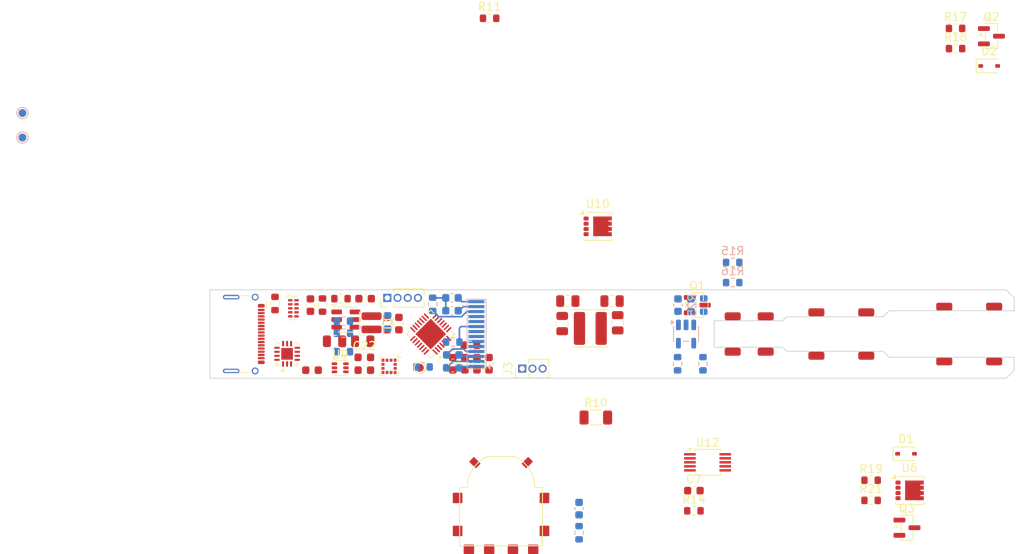
<source format=kicad_pcb>
(kicad_pcb
	(version 20241229)
	(generator "pcbnew")
	(generator_version "9.0")
	(general
		(thickness 1.6)
		(legacy_teardrops no)
	)
	(paper "A4")
	(layers
		(0 "F.Cu" signal)
		(4 "In1.Cu" signal)
		(6 "In2.Cu" signal)
		(2 "B.Cu" signal)
		(9 "F.Adhes" user "F.Adhesive")
		(11 "B.Adhes" user "B.Adhesive")
		(13 "F.Paste" user)
		(15 "B.Paste" user)
		(5 "F.SilkS" user "F.Silkscreen")
		(7 "B.SilkS" user "B.Silkscreen")
		(1 "F.Mask" user)
		(3 "B.Mask" user)
		(17 "Dwgs.User" user "User.Drawings")
		(19 "Cmts.User" user "User.Comments")
		(21 "Eco1.User" user "User.Eco1")
		(23 "Eco2.User" user "User.Eco2")
		(25 "Edge.Cuts" user)
		(27 "Margin" user)
		(31 "F.CrtYd" user "F.Courtyard")
		(29 "B.CrtYd" user "B.Courtyard")
		(35 "F.Fab" user)
		(33 "B.Fab" user)
		(39 "User.1" user)
		(41 "User.2" user)
		(43 "User.3" user)
		(45 "User.4" user)
	)
	(setup
		(stackup
			(layer "F.SilkS"
				(type "Top Silk Screen")
				(color "Black")
			)
			(layer "F.Paste"
				(type "Top Solder Paste")
			)
			(layer "F.Mask"
				(type "Top Solder Mask")
				(color "White")
				(thickness 0.01)
			)
			(layer "F.Cu"
				(type "copper")
				(thickness 0.035)
			)
			(layer "dielectric 1"
				(type "prepreg")
				(thickness 0.1)
				(material "FR4")
				(epsilon_r 4.5)
				(loss_tangent 0.02)
			)
			(layer "In1.Cu"
				(type "copper")
				(thickness 0.035)
			)
			(layer "dielectric 2"
				(type "core")
				(thickness 1.24)
				(material "FR4")
				(epsilon_r 4.5)
				(loss_tangent 0.02)
			)
			(layer "In2.Cu"
				(type "copper")
				(thickness 0.035)
			)
			(layer "dielectric 3"
				(type "prepreg")
				(thickness 0.1)
				(material "FR4")
				(epsilon_r 4.5)
				(loss_tangent 0.02)
			)
			(layer "B.Cu"
				(type "copper")
				(thickness 0.035)
			)
			(layer "B.Mask"
				(type "Bottom Solder Mask")
				(thickness 0.01)
			)
			(layer "B.Paste"
				(type "Bottom Solder Paste")
			)
			(layer "B.SilkS"
				(type "Bottom Silk Screen")
			)
			(copper_finish "None")
			(dielectric_constraints no)
		)
		(pad_to_mask_clearance 0)
		(allow_soldermask_bridges_in_footprints no)
		(tenting front back)
		(grid_origin 100.5 158.2)
		(pcbplotparams
			(layerselection 0x00000000_00000000_55555555_5755f5ff)
			(plot_on_all_layers_selection 0x00000000_00000000_00000000_00000000)
			(disableapertmacros no)
			(usegerberextensions no)
			(usegerberattributes yes)
			(usegerberadvancedattributes yes)
			(creategerberjobfile yes)
			(dashed_line_dash_ratio 12.000000)
			(dashed_line_gap_ratio 3.000000)
			(svgprecision 4)
			(plotframeref no)
			(mode 1)
			(useauxorigin no)
			(hpglpennumber 1)
			(hpglpenspeed 20)
			(hpglpendiameter 15.000000)
			(pdf_front_fp_property_popups yes)
			(pdf_back_fp_property_popups yes)
			(pdf_metadata yes)
			(pdf_single_document no)
			(dxfpolygonmode yes)
			(dxfimperialunits yes)
			(dxfusepcbnewfont yes)
			(psnegative no)
			(psa4output no)
			(plot_black_and_white yes)
			(sketchpadsonfab no)
			(plotpadnumbers no)
			(hidednponfab no)
			(sketchdnponfab yes)
			(crossoutdnponfab yes)
			(subtractmaskfromsilk no)
			(outputformat 1)
			(mirror no)
			(drillshape 1)
			(scaleselection 1)
			(outputdirectory "")
		)
	)
	(net 0 "")
	(net 1 "+3.3V")
	(net 2 "GND")
	(net 3 "VBUS")
	(net 4 "Net-(U4-SW)")
	(net 5 "Net-(U4-BST)")
	(net 6 "Net-(U4-FB)")
	(net 7 "/NRST")
	(net 8 "/ENC_B")
	(net 9 "unconnected-(U1-PB0-Pad14)")
	(net 10 "/TC_FB")
	(net 11 "/BOOTSEL")
	(net 12 "Net-(C27-Pad2)")
	(net 13 "/SCL")
	(net 14 "/DISP_NRST")
	(net 15 "/SDA")
	(net 16 "/ENC_A")
	(net 17 "/TIP_H")
	(net 18 "/SWDIO")
	(net 19 "/D-")
	(net 20 "/D+")
	(net 21 "/HEATER_ON")
	(net 22 "/TIP_K")
	(net 23 "/CC2")
	(net 24 "/CC1")
	(net 25 "/LED_RING")
	(net 26 "/ACC_INT1")
	(net 27 "/SWCLK")
	(net 28 "/INT_N")
	(net 29 "/ACC_INT2")
	(net 30 "Net-(J4-Pin_13)")
	(net 31 "Net-(J4-Pin_2)")
	(net 32 "Net-(J4-Pin_1)")
	(net 33 "Net-(J4-Pin_4)")
	(net 34 "Net-(J4-Pin_3)")
	(net 35 "Net-(J4-Pin_14)")
	(net 36 "Net-(U7--)")
	(net 37 "Net-(J1-SHIELD)")
	(net 38 "unconnected-(J4-Pin_6-Pad6)")
	(net 39 "Net-(J4-Pin_12)")
	(net 40 "Net-(U7-+)")
	(net 41 "unconnected-(U5-~{CS}-Pad10)")
	(net 42 "/JDP")
	(net 43 "/JDN")
	(net 44 "unconnected-(U3-NC-Pad6)")
	(net 45 "unconnected-(U3-NC-Pad10)")
	(net 46 "unconnected-(U3-NC-Pad7)")
	(net 47 "unconnected-(U3-NC-Pad9)")
	(net 48 "Net-(J4-Pin_9)")
	(net 49 "Net-(U1-VDDA)")
	(net 50 "unconnected-(U9-ALERT-Pad3)")
	(net 51 "unconnected-(U1-PA4-Pad10)")
	(net 52 "unconnected-(U1-PB3-Pad24)")
	(net 53 "unconnected-(U1-PB1-Pad15)")
	(net 54 "Net-(D2-K)")
	(net 55 "unconnected-(U1-PA15-Pad23)")
	(net 56 "unconnected-(U11-Pad0)")
	(net 57 "Net-(C23-Pad1)")
	(net 58 "Net-(D2-A)")
	(net 59 "Net-(D1-K)")
	(net 60 "Net-(Q2-B)")
	(net 61 "Net-(Q2-C)")
	(net 62 "/BUS_ON")
	(net 63 "unconnected-(U11-Pad0)_1")
	(net 64 "unconnected-(U11-Pad0)_2")
	(net 65 "unconnected-(U11-Pad0)_3")
	(net 66 "unconnected-(U11-Pad0)_4")
	(net 67 "unconnected-(U11-Pad0)_5")
	(net 68 "/INA_ALERT")
	(net 69 "unconnected-(U1-PA2-Pad8)")
	(net 70 "unconnected-(U1-PA1-Pad7)")
	(net 71 "Net-(D1-A)")
	(net 72 "Net-(Q1-B)")
	(net 73 "Net-(Q1-C)")
	(net 74 "Net-(U6-D-Pad1)")
	(footprint "Capacitor_SMD:C_0603_1608Metric" (layer "F.Cu") (at 160.675 172.19))
	(footprint "Connector_Wire:SolderWirePad_1x01_SMD_1x2mm" (layer "F.Cu") (at 169.6 150.5 90))
	(footprint "Capacitor_SMD:C_0603_1608Metric" (layer "F.Cu") (at 122.5 151.4 -90))
	(footprint "Package_SON:USON-10_2.5x1.0mm_P0.5mm" (layer "F.Cu") (at 110.885 149.5))
	(footprint "Connector_Wire:SolderWirePad_1x01_SMD_1x2mm" (layer "F.Cu") (at 182.1 155.4 90))
	(footprint "Package_TO_SOT_SMD:SOT-23" (layer "F.Cu") (at 161.1 149.1))
	(footprint "Capacitor_SMD:C_0805_2012Metric" (layer "F.Cu") (at 151.2 151.3 90))
	(footprint "Connector_Wire:SolderWirePad_1x01_SMD_1x2mm" (layer "F.Cu") (at 198 156.1 90))
	(footprint "Capacitor_SMD:C_0603_1608Metric" (layer "F.Cu") (at 135.2 156.4 -90))
	(footprint "Inductor_SMD:L_Changjiang_FTC252012S" (layer "F.Cu") (at 120.6 151.3 -90))
	(footprint "Package_SON:VSON-8_3.3x3.3mm_P0.65mm_NexFET" (layer "F.Cu") (at 148.715 139.3))
	(footprint "Resistor_SMD:R_0603_1608Metric" (layer "F.Cu") (at 193.205158 117.182374))
	(footprint "Connector_Wire:SolderWirePad_1x01_SMD_1x2mm" (layer "F.Cu") (at 175.9 150 90))
	(footprint "Diode_SMD:D_SOD-323" (layer "F.Cu") (at 187.05 167.6))
	(footprint "Capacitor_SMD:C_0805_2012Metric" (layer "F.Cu") (at 150.5 148.6))
	(footprint "Resistor_SMD:R_0603_1608Metric" (layer "F.Cu") (at 182.7025 170.89))
	(footprint "Connector_Wire:SolderWirePad_1x01_SMD_1x2mm" (layer "F.Cu") (at 191.8 156.1 90))
	(footprint "Capacitor_SMD:C_0603_1608Metric" (layer "F.Cu") (at 132.2 156.4 -90))
	(footprint "Diode_SMD:D_SOD-323" (layer "F.Cu") (at 197.380158 119.342374))
	(footprint "Inductor_SMD:L_Changjiang_FTC404030S" (layer "F.Cu") (at 147.8 152))
	(footprint "Connector_Wire:SolderWirePad_1x01_SMD_1x2mm" (layer "F.Cu") (at 169.6 154.9 90))
	(footprint "Resistor_SMD:R_0603_1608Metric" (layer "F.Cu") (at 193.205158 114.672374))
	(footprint "Connector_USB:USB_C_Receptacle_G-Switch_GT-USB-7025" (layer "F.Cu") (at 103.439427 152.7 -90))
	(footprint "Connector_Wire:SolderWirePad_1x01_SMD_1x2mm" (layer "F.Cu") (at 165.5 150.5 90))
	(footprint "Resistor_SMD:R_0603_1608Metric" (layer "F.Cu") (at 114.5 149.1 90))
	(footprint "Package_TO_SOT_SMD:SOT-23" (layer "F.Cu") (at 187.1625 176.8))
	(footprint "Connector_Wire:SolderWirePad_1x01_SMD_1x2mm" (layer "F.Cu") (at 165.5 154.9 90))
	(footprint "Capacitor_SMD:C_0603_1608Metric" (layer "F.Cu") (at 133.7 156.4 -90))
	(footprint "Resistor_SMD:R_0603_1608Metric" (layer "F.Cu") (at 160.675 174.7))
	(footprint "Capacitor_SMD:C_0805_2012Metric" (layer "F.Cu") (at 145 148.6 180))
	(footprint "Capacitor_SMD:C_0603_1608Metric" (layer "F.Cu") (at 130.7 156.4 -90))
	(footprint "Connector_PinHeader_1.27mm:PinHeader_1x03_P1.27mm_Vertical" (layer "F.Cu") (at 139.33 157 90))
	(footprint "Capacitor_SMD:C_0805_2012Metric" (layer "F.Cu") (at 144.3 151.4 90))
	(footprint "Package_TO_SOT_SMD:SOT-23" (layer "F.Cu") (at 197.665158 115.642374))
	(footprint "Capacitor_SMD:C_0805_2012Metric" (layer "F.Cu") (at 119.5 153.6 180))
	(footprint "TestPoint:TestPoint_Pad_D1.0mm" (layer "F.Cu") (at 126.6 156.9))
	(footprint "Capacitor_SMD:C_0603_1608Metric" (layer "F.Cu") (at 113 149.1 90))
	(footprint "Package_TO_SOT_SMD:TSOT-23-6" (layer "F.Cu") (at 117.4 150.9))
	(footprint "Package_LGA:LGA-12_2x2mm_P0.5mm" (layer "F.Cu") (at 122.7775 156.7225 -90))
	(footprint "Package_DFN_QFN:WQFN-28-1EP_4x4mm_P0.4mm_EP2.7x2.7mm" (layer "F.Cu") (at 127.960831 152.7 135))
	(footprint "Custom:SIQ-02FVS3_Rotary_Encoder" (layer "F.Cu") (at 136.7 171.8))
	(footprint "Connector_Wire:SolderWirePad_1x01_SMD_1x2mm" (layer "F.Cu") (at 198 149.3 90))
	(footprint "Connector_PinHeader_1.27mm:PinHeader_1x04_P1.27mm_Vertical" (layer "F.Cu") (at 122.56 148.2 90))
	(footprint "Connector_Wire:SolderWirePad_1x01_SMD_1x2mm" (layer "F.Cu") (at 175.9 155.4 90))
	(footprint "Capacitor_SMD:C_0603_1608Metric" (layer "F.Cu") (at 119.7 157.2 180))
	(footprint "Resistor_SMD:R_0603_1608Metric"
		(layer "F.Cu")
		(uuid "a906b67c-52e3-480d-ad9a-269cc0527c59")
		(at 135.281359 113.413749)
		(descr "Resistor SMD 0603 (1608 Metric), square (rectangular) end terminal, IPC-7351 nominal, (Body size source: IPC-SM-782 page 72, https://www.pcb-3d.com/wordpress/wp-content/uploads/ipc-sm-782a_amendment_1_and_2.pdf), generated with kicad-footprint-generator")
		(tags "resistor")
		(property "Reference" "R11"
			(at 0 -1.43 0)
			(layer "F.SilkS")
			(uuid "461fb0ad-870c-4d2a-a630-31d434639483")
			(effects
				(font
					(size 1 1)
					(thickness 0.15)
				)
			)
		)
		(property "Value" "1k"
			(at 0 1.43 0)
			(layer "F.Fab")
			(uuid "0b6b253e-6739-4cb1-88c6-e9c96f46c046")
			(effects
				(font
					(size 1 1)
					(thickness 0.15)
				)
			)
		)
		(property "Datasheet" "~"
			(at 0 0 0)
			(layer "F.Fab")
			(hide yes)
			(uuid "6f79a498-910e-49f9-98a8-5b2e78037883")
			(effects
				(font
					(size 1.27 1.27)
					(thickness 0.15)
				)
			)
		)
		(property "Description" "Resistor, small symbol"
			(at 0 0 0)
			(layer "F.Fab")
			(hide yes)
			(uuid "ccda8261-de82-4582-b118-dfea1c7085a0")
			(effects
				(font
					(size 1.27 1.27)
					(thickness 0.15)
				)
			)
		)
		(property ki_fp_filters "R_*")
		(path "/d1681ea0-f743-4b07-a8e8-dd01d9d23723")
		(sheetname "/")
		(sheetfile "usbc_soldering_iron.kicad_sch")
		(attr smd)
		(fp_line
			(start -0.237258 -0.5225)
			(end 0.237258 -0.5225)
			(stroke
				(width 0.12)
				(type solid)
			)
			(layer "F.SilkS")
			(uuid "505d67b8-81d2-41fc-b7e9-e15925b47794")
		)
		(fp_line
			(start -0.237258 0.5225)
			(end 0.237258 0.5225)
			(stroke
				(width 0.12)
				(type solid)
			)
			(layer "F.SilkS")
			(uuid "94eb1cd2-753c-4c4d-87e6-fe84d2fd92fc")
		)
		(fp_rect
			(start -1.48 -0.73)
			(end 1.48 0.73)
			(stroke
				(width 0.05)
				(type solid)
			)
			(fill no)
			(layer "F.CrtYd")
			(uuid "038f28f5-98db-4edf-9fff-7e3cb9a4acd2")
		)
		(fp_rect
			(start -0.8 -0.4125)
			(end 0.8 0.4125)
			(stroke
				(width 0.1)
				(type solid)
			)
			(fill no)
			(layer "F.Fab")
			(
... [181151 chars truncated]
</source>
